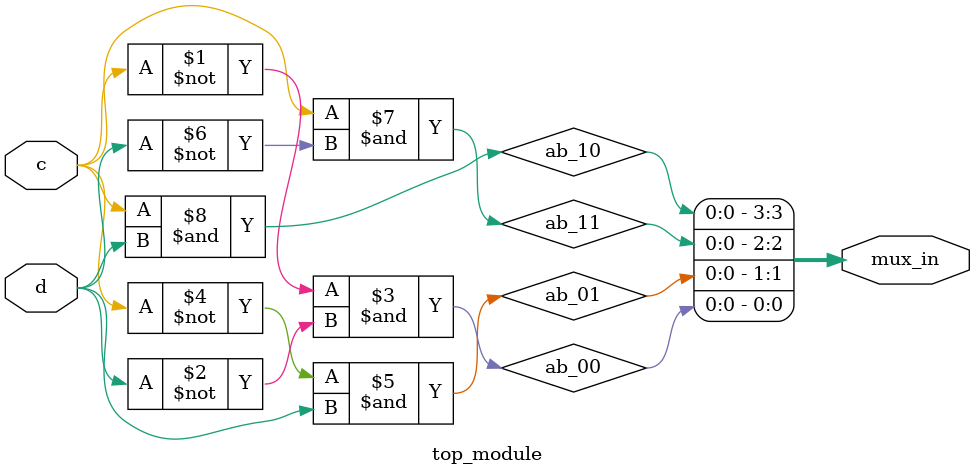
<source format=sv>
module top_module (
  input c,
  input d,
  output [3:0] mux_in
  );
  
  wire ab_00, ab_01, ab_11, ab_10;
  
  and u1(ab_00, ~c, ~d);
  and u2(ab_01, ~c, d);
  and u3(ab_11, c, ~d);
  and u4(ab_10, c, d);
  
  assign mux_in[0] = ab_00;
  assign mux_in[1] = ab_01;
  assign mux_in[2] = ab_11;
  assign mux_in[3] = ab_10;

endmodule

</source>
